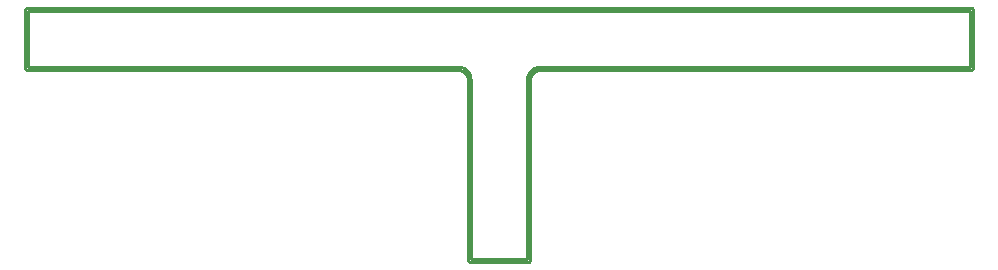
<source format=gm1>
%FSTAX23Y23*%
%MOIN*%
%SFA1B1*%

%IPPOS*%
%ADD11C,0.010000*%
%ADD25C,0.010000*%
%LNgel_flex-1*%
%LPD*%
G54D11*
X01678Y01279D02*
D01*
X01678Y01279*
X01678Y0128*
X01678Y0128*
X01678Y0128*
X01677Y01281*
X01677Y01281*
X01677Y01281*
X01677Y01282*
X01677Y01282*
X01677Y01282*
X01676Y01283*
X01676Y01283*
X01676Y01283*
X01676Y01283*
X01675Y01283*
X01675Y01284*
X01675Y01284*
X01674Y01284*
X01674Y01284*
X01674Y01284*
X01673Y01284*
X01673Y01284*
X01673Y01284*
X01678Y01279D02*
D01*
X01678Y01279*
X01678Y0128*
X01678Y0128*
X01678Y0128*
X01677Y01281*
X01677Y01281*
X01677Y01281*
X01677Y01282*
X01677Y01282*
X01677Y01282*
X01676Y01283*
X01676Y01283*
X01676Y01283*
X01676Y01283*
X01675Y01283*
X01675Y01284*
X01675Y01284*
X01674Y01284*
X01674Y01284*
X01674Y01284*
X01673Y01284*
X01673Y01284*
X01673Y01284*
Y01077D02*
D01*
X01673Y01077*
X01673Y01077*
X01674Y01077*
X01674Y01077*
X01674Y01077*
X01675Y01078*
X01675Y01078*
X01675Y01078*
X01676Y01078*
X01676Y01078*
X01676Y01079*
X01676Y01079*
X01677Y01079*
X01677Y01079*
X01677Y0108*
X01677Y0108*
X01677Y0108*
X01677Y01081*
X01678Y01081*
X01678Y01081*
X01678Y01082*
X01678Y01082*
X01678Y01082*
X01673Y01077D02*
D01*
X01673Y01077*
X01673Y01077*
X01674Y01077*
X01674Y01077*
X01674Y01077*
X01675Y01078*
X01675Y01078*
X01675Y01078*
X01676Y01078*
X01676Y01078*
X01676Y01079*
X01676Y01079*
X01677Y01079*
X01677Y01079*
X01677Y0108*
X01677Y0108*
X01677Y0108*
X01677Y01081*
X01678Y01081*
X01678Y01081*
X01678Y01082*
X01678Y01082*
X01678Y01082*
X00236Y01087D02*
D01*
X00235Y01087*
X00235Y01087*
X00226Y01086D02*
D01*
X00226Y01086*
X00226Y01086*
X00225Y01086*
X00225Y01086*
X00236Y01087D02*
D01*
X00235Y01087*
X00235Y01087*
X00226Y01086D02*
D01*
X00226Y01086*
X00226Y01086*
X00225Y01086*
X00225Y01086*
X00217Y01083D02*
D01*
X00217Y01083*
X00216Y01083*
X00216Y01083*
X00216Y01083*
X00217Y01083D02*
D01*
X00217Y01083*
X00216Y01083*
X00216Y01083*
X00216Y01083*
X00209Y01078D02*
D01*
X00208Y01078*
X00208Y01077*
X00208Y01077*
X00208Y01077*
X00209Y01078D02*
D01*
X00208Y01078*
X00208Y01077*
X00208Y01077*
X00208Y01077*
X00201Y01071D02*
D01*
X00201Y01071*
X00201Y0107*
X00201Y0107*
X00201Y0107*
X00201Y01071D02*
D01*
X00201Y01071*
X00201Y0107*
X00201Y0107*
X00201Y0107*
X00196Y01063D02*
D01*
X00196Y01062*
X00196Y01062*
X00196Y01062*
X00196Y01062*
X00196Y01063D02*
D01*
X00196Y01062*
X00196Y01062*
X00196Y01062*
X00196Y01062*
X00193Y01053D02*
D01*
X00193Y01053*
X00192Y01053*
X00192Y01052*
X00192Y01052*
X00193Y01053D02*
D01*
X00193Y01053*
X00192Y01053*
X00192Y01052*
X00192Y01052*
X00003D02*
D01*
X00003Y01052*
X00003Y01053*
X00003Y01053*
X00003Y01053*
X00191Y01043D02*
D01*
X00191Y01043*
X00191Y01043*
X00191Y01043D02*
D01*
X00191Y01043*
X00191Y01043*
X00196Y00437D02*
D01*
X00197Y00437*
X00197Y00437*
X00197Y00438*
X00198Y00438*
X00198Y00438*
X00198Y00438*
X00199Y00438*
X00199Y00438*
X00199Y00438*
X002Y00439*
X002Y00439*
X002Y00439*
X002Y00439*
X002Y0044*
X00201Y0044*
X00201Y0044*
X00201Y00441*
X00201Y00441*
X00201Y00441*
X00201Y00442*
X00201Y00442*
X00201Y00442*
X00201Y00442*
X00005Y01043D02*
D01*
X00004Y01043*
X00004Y01043*
X00196Y00437D02*
D01*
X00197Y00437*
X00197Y00437*
X00197Y00438*
X00198Y00438*
X00198Y00438*
X00198Y00438*
X00199Y00438*
X00199Y00438*
X00199Y00438*
X002Y00439*
X002Y00439*
X002Y00439*
X002Y00439*
X002Y0044*
X00201Y0044*
X00201Y0044*
X00201Y00441*
X00201Y00441*
X00201Y00441*
X00201Y00442*
X00201Y00442*
X00201Y00442*
X00201Y00442*
X-00038Y01087D02*
D01*
X-00039Y01087*
X-00039Y01087*
X-00028Y01086D02*
D01*
X-00029Y01086*
X-00029Y01086*
X-00029Y01086*
X-0003Y01086*
X-00038Y01087D02*
D01*
X-00039Y01087*
X-00039Y01087*
X-00028Y01086D02*
D01*
X-00029Y01086*
X-00029Y01086*
X-00029Y01086*
X-0003Y01086*
X-00019Y01083D02*
D01*
X-00019Y01083*
X-0002Y01083*
X-0002Y01083*
X-0002Y01083*
X-01476Y01284D02*
D01*
X-01476Y01284*
X-01477Y01284*
X-01477Y01284*
X-01477Y01284*
X-01478Y01284*
X-01478Y01284*
X-01478Y01283*
X-01479Y01283*
X-01479Y01283*
X-01479Y01283*
X-01479Y01283*
X-0148Y01282*
X-0148Y01282*
X-0148Y01282*
X-0148Y01282*
X-0148Y01281*
X-01481Y01281*
X-01481Y01281*
X-01481Y0128*
X-01481Y0128*
X-01481Y0128*
X-01481Y01279*
X-01481Y01279*
X-01476Y01284D02*
D01*
X-01476Y01284*
X-01477Y01284*
X-01477Y01284*
X-01477Y01284*
X-01478Y01284*
X-01478Y01284*
X-01478Y01283*
X-01479Y01283*
X-01479Y01283*
X-01479Y01283*
X-01479Y01283*
X-0148Y01282*
X-0148Y01282*
X-0148Y01282*
X-0148Y01282*
X-0148Y01281*
X-01481Y01281*
X-01481Y01281*
X-01481Y0128*
X-01481Y0128*
X-01481Y0128*
X-01481Y01279*
X-01481Y01279*
Y01082D02*
D01*
X-01481Y01082*
X-01481Y01081*
X-01481Y01081*
X-01481Y01081*
X-01481Y0108*
X-0148Y0108*
X-0148Y0108*
X-0148Y0108*
X-0148Y01079*
X-0148Y01079*
X-01479Y01079*
X-01479Y01078*
X-01479Y01078*
X-01479Y01078*
X-01478Y01078*
X-01478Y01078*
X-01478Y01078*
X-01477Y01077*
X-01477Y01077*
X-01477Y01077*
X-01476Y01077*
X-01476Y01077*
X-01476Y01077*
X-01481Y01082D02*
D01*
X-01481Y01082*
X-01481Y01081*
X-01481Y01081*
X-01481Y01081*
X-01481Y0108*
X-0148Y0108*
X-0148Y0108*
X-0148Y0108*
X-0148Y01079*
X-0148Y01079*
X-01479Y01079*
X-01479Y01078*
X-01479Y01078*
X-01479Y01078*
X-01478Y01078*
X-01478Y01078*
X-01478Y01078*
X-01477Y01077*
X-01477Y01077*
X-01477Y01077*
X-01476Y01077*
X-01476Y01077*
X-01476Y01077*
X-00004Y0107D02*
D01*
X-00004Y0107*
X-00004Y01071*
X-00004Y01071*
X-00005Y01071*
X0Y01062D02*
D01*
X0Y01062*
X0Y01062*
X0Y01062*
X0Y01063*
X0Y01062D02*
D01*
X0Y01062*
X0Y01062*
X0Y01062*
X0Y01063*
X00003Y01052D02*
D01*
X00003Y01052*
X00003Y01053*
X00003Y01053*
X00003Y01053*
X00005Y01043D02*
D01*
X00004Y01043*
X00004Y01043*
X-00005Y00442D02*
D01*
X-00004Y00442*
X-00004Y00442*
X-00004Y00441*
X-00004Y00441*
X-00004Y00441*
X-00004Y0044*
X-00004Y0044*
X-00004Y0044*
X-00004Y00439*
X-00003Y00439*
X-00003Y00439*
X-00003Y00439*
X-00003Y00438*
X-00002Y00438*
X-00002Y00438*
X-00002Y00438*
X-00001Y00438*
X-00001Y00438*
X-00001Y00438*
X0Y00437*
X0Y00437*
X0Y00437*
X0Y00437*
X-00005Y00442D02*
D01*
X-00004Y00442*
X-00004Y00442*
X-00004Y00441*
X-00004Y00441*
X-00004Y00441*
X-00004Y0044*
X-00004Y0044*
X-00004Y0044*
X-00004Y00439*
X-00003Y00439*
X-00003Y00439*
X-00003Y00439*
X-00003Y00438*
X-00002Y00438*
X-00002Y00438*
X-00002Y00438*
X-00001Y00438*
X-00001Y00438*
X-00001Y00438*
X0Y00437*
X0Y00437*
X0Y00437*
X0Y00437*
X-00011Y01077D02*
D01*
X-00011Y01077*
X-00011Y01078*
X-00012Y01078*
X-00012Y01078*
X-00011Y01077D02*
D01*
X-00011Y01077*
X-00011Y01078*
X-00012Y01078*
X-00012Y01078*
X-00019Y01083D02*
D01*
X-00019Y01083*
X-0002Y01083*
X-0002Y01083*
X-0002Y01083*
X-00004Y0107D02*
D01*
X-00004Y0107*
X-00004Y01071*
X-00004Y01071*
X-00005Y01071*
X01678Y01279D02*
Y01082D01*
X01437Y01087D02*
X01668D01*
Y01274D02*
Y01087D01*
X01437Y01077D02*
X01673Y01077D01*
X00236Y01087D02*
X01437D01*
X00236Y01077D02*
X01437D01*
X00235Y01087D02*
X00235Y01087D01*
X00226Y01086D02*
X00235Y01087D01*
X00226Y01086D02*
X00226D01*
X00225Y01086D02*
X00225Y01086D01*
X00217Y01083D02*
X00225Y01086D01*
X00217Y01083D02*
X00217D01*
X00216Y01083D02*
X00216Y01083D01*
X00209Y01078D02*
X00216Y01083D01*
X00209Y01078D02*
X00209Y01078D01*
X00228Y01076D02*
X00236Y01077D01*
X00221Y01074D02*
X00228Y01076D01*
X00208Y01077D02*
X00208Y01077D01*
X00201Y01071D02*
X00208Y01077D01*
X00201Y01071D02*
X00201Y01071D01*
X00214Y0107D02*
X00221Y01074D01*
X00209Y01064D02*
X00214Y0107D01*
X00205Y01058D02*
X00209Y01064D01*
X00202Y0105D02*
X00205Y01058D01*
X00201Y01043D02*
X00202Y0105D01*
X00201Y0107D02*
X00201Y0107D01*
X00196Y01063D02*
X00201Y0107D01*
X00196Y01063D02*
Y01063D01*
X00196Y01062D02*
X00196Y01062D01*
X00193Y01053D02*
X00196Y01062D01*
X00193Y01053D02*
Y01053D01*
X00192Y01052D02*
Y01052D01*
X00191Y01043D02*
X00192Y01052D01*
X00191Y01043D02*
Y01043D01*
X00003Y01052D02*
Y01052D01*
X00004Y01043*
Y01043*
X00201Y00442D02*
Y01043D01*
X00191Y00447D02*
Y01043D01*
X00005Y00447D02*
Y01043D01*
X-0003Y01086D02*
X-0003D01*
X-00038Y01087D02*
X-0003Y01086D01*
X-00038Y01087D02*
X-00038Y01087D01*
X-01247Y01284D02*
X01673D01*
X-01247Y01274D02*
X01668D01*
X-01247Y01087D02*
X-00039D01*
X-01247D02*
D01*
X-0002Y01083D02*
X-0002D01*
X-00028Y01086D02*
X-0002Y01083D01*
X-00028Y01086D02*
X-00028Y01086D01*
X-00012Y01078D02*
X-00012Y01078D01*
X-00019Y01083D02*
X-00012Y01078D01*
X-00019Y01083D02*
X-00019Y01083D01*
X-01247Y01077D02*
X-00039D01*
X-00031Y01076*
X-01471Y01274D02*
X-01247D01*
X-01471Y01087D02*
Y01274D01*
X-01476Y01284D02*
X-01247D01*
X-01481Y01082D02*
Y01279D01*
X-01471Y01087D02*
X-01247D01*
X-01476Y01077D02*
X-01247Y01077D01*
X-00004Y0107D02*
X-00004Y0107D01*
X0Y01063*
X0Y01063*
X0Y01062D02*
X0Y01062D01*
X00003Y01053*
Y01053*
X0Y00437D02*
X00196D01*
X00005Y00447D02*
X00191D01*
X-00011Y01077D02*
X-00011Y01077D01*
X-00005Y01071*
X-00005Y01071*
X-00024Y01074D02*
X-00017Y0107D01*
X-00031Y01076D02*
X-00024Y01074D01*
X-00008Y01058D02*
X-00005Y0105D01*
X-00012Y01064D02*
X-00008Y01058D01*
X-00005Y0105D02*
X-00005Y01043D01*
Y00442D02*
Y01043D01*
X-00017Y0107D02*
X-00012Y01064D01*
G54D25*
X-01247Y01077D03*
D03*
M02*
</source>
